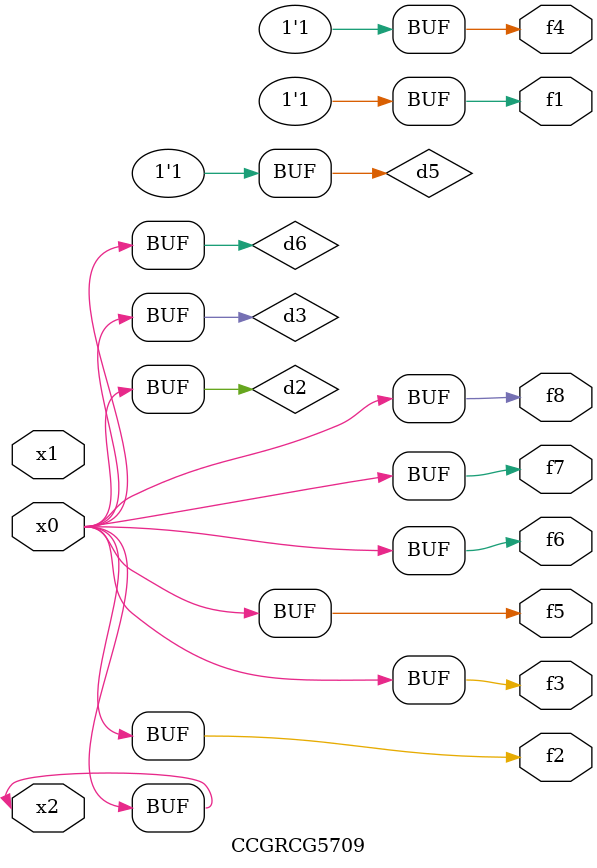
<source format=v>
module CCGRCG5709(
	input x0, x1, x2,
	output f1, f2, f3, f4, f5, f6, f7, f8
);

	wire d1, d2, d3, d4, d5, d6;

	xnor (d1, x2);
	buf (d2, x0, x2);
	and (d3, x0);
	xnor (d4, x1, x2);
	nand (d5, d1, d3);
	buf (d6, d2, d3);
	assign f1 = d5;
	assign f2 = d6;
	assign f3 = d6;
	assign f4 = d5;
	assign f5 = d6;
	assign f6 = d6;
	assign f7 = d6;
	assign f8 = d6;
endmodule

</source>
